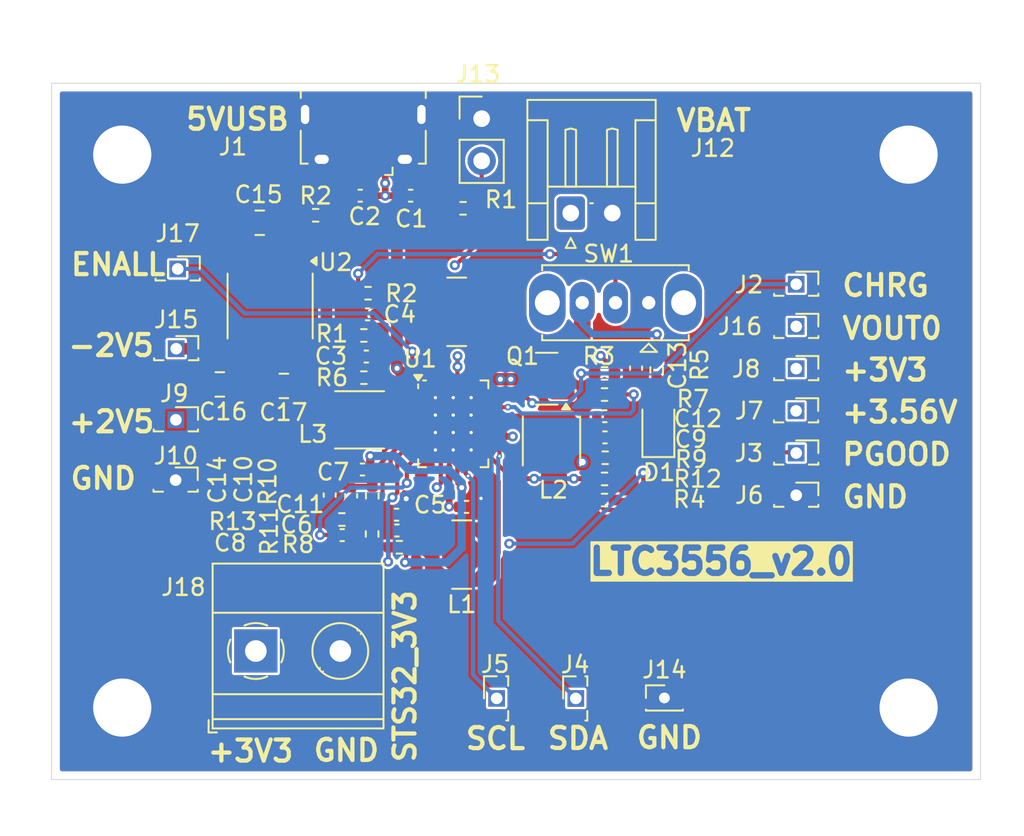
<source format=kicad_pcb>
(kicad_pcb (version 20240108) (generator "pcbnew") (generator_version "8.0")
  (layers (0 "F.Cu" signal) (1 "In1.Cu" signal) (2 "In2.Cu" signal) (31 "B.Cu" signal) (34 "B.Paste" user) (35 "F.Paste" user) (36 "B.SilkS" user "B.Silkscreen") (37 "F.SilkS" user "F.Silkscreen") (38 "B.Mask" user) (39 "F.Mask" user) (44 "Edge.Cuts" user))
  (net 0 "")
  (net 1 "GND")
  (net 2 "Net-(J1-VBUS)")
  (net 3 "Net-(U1-CLPROG)")
  (net 4 "VOUT0")
  (net 5 "VOUT3")
  (net 6 "Net-(U1-FB3)")
  (net 7 "Net-(U1-VC3)")
  (net 8 "VOUT2")
  (net 9 "Net-(U1-FB2)")
  (net 10 "Net-(U1-FB1)")
  (net 11 "VOUT1")
  (net 12 "Net-(Q1-S)")
  (net 13 "Net-(U2-CAP+)")
  (net 14 "Net-(U2-CAP-)")
  (net 15 "Net-(J15-Pin_1)")
  (net 16 "Net-(D1-A)")
  (net 20 "Net-(J2-Pin_1)")
  (net 21 "Net-(J3-Pin_1)")
  (net 22 "Net-(J4-Pin_1)")
  (net 23 "Net-(J5-Pin_1)")
  (net 24 "VBAT")
  (net 25 "Net-(U1-SW2)")
  (net 26 "Net-(U1-SW1)")
  (net 27 "Net-(U1-SW)")
  (net 28 "Net-(Q1-G)")
  (net 29 "Net-(U1-ENALL)")
  (net 30 "Net-(U1-PROG)")
  (net 31 "Net-(U1-SWCD3)")
  (net 32 "Net-(U1-SWAB3)")
  (net 36 "Net-(J18-Pin_1)")
  (net 37 "Net-(J17-Pin_1)")
  (footprint "Inductor_SMD:L_Coilcraft_LPS3010" (layer "F.Cu") (at 135.5575 99.6825)
    (property "Reference" "L3")
    (property "Value" "4.7uH/500mA")
  )
  (footprint "Capacitor_SMD:C_0402_1005Metric" (layer "F.Cu") (at 133.76 104.21 -90)
    (property "Reference" "C14")
    (property "Value" "10uF")
  )
  (footprint "Resistor_SMD:R_0402_1005Metric_Pad0.72x0.64mm_HandSolder" (layer "F.Cu") (at 136.0655 92.0625)
    (property "Reference" "R2")
    (property "Value" "ZERO Ohm")
  )
  (footprint "Connector_PinSocket_1.27mm:PinSocket_1x01_P1.27mm_Vertical" (layer "F.Cu") (at 124.525 95.4)
    (property "Reference" "J15")
    (property "Value" "Conn_01x01_Pin")
  )
  (footprint "Capacitor_SMD:C_0402_1005Metric" (layer "F.Cu") (at 138.6255 86.1905)
    (property "Reference" "C1")
    (property "Value" "10uF")
  )
  (footprint "Connector_PinHeader_1.27mm:PinHeader_1x01_P1.27mm_Vertical" (layer "F.Cu") (at 153.89 116.42)
    (property "Reference" "J14")
    (property "Value" "Conn_01x01_Pin")
  )
  (footprint "Package_TO_SOT_SMD:SOT-23" (layer "F.Cu") (at 146.8125 97.205 180)
    (property "Reference" "Q1")
    (property "Value" "SI2333DS")
  )
  (footprint "Capacitor_SMD:C_0805_2012Metric_Pad1.18x1.45mm_HandSolder" (layer "F.Cu") (at 127.15 97.55)
    (property "Reference" "C16")
    (property "Value" "10uF")
  )
  (footprint "Capacitor_SMD:C_0402_1005Metric" (layer "F.Cu") (at 135.5955 86.1905 180)
    (property "Reference" "C2")
    (property "Value" "100nF")
  )
  (footprint "Connector_PinSocket_1.27mm:PinSocket_1x01_P1.27mm_Vertical" (layer "F.Cu") (at 161.82 94.06)
    (property "Reference" "J16")
    (property "Value" "Conn_01x01_Pin")
  )
  (footprint "Capacitor_SMD:C_0402_1005Metric" (layer "F.Cu") (at 150.3163 100.7375)
    (property "Reference" "C9")
    (property "Value" "10pF")
  )
  (footprint "Capacitor_SMD:C_0402_1005Metric" (layer "F.Cu") (at 134.51 106.62 180)
    (property "Reference" "C8")
    (property "Value" "130pF")
  )
  (footprint "MountingHole:MountingHole_3.5mm_Pad_TopBottom" (layer "F.Cu") (at 168.58 117)
    (property "Reference" "H4" (hide yes))
    (property "Value" "MountingHole_Pad")
  )
  (footprint "Button_Switch_THT:SW_Slide_SPDT_Straight_CK_OS102011MS2Q" (layer "F.Cu") (at 152.9475 92.6325 180)
    (property "Reference" "SW1")
    (property "Value" "SW_SPDT")
  )
  (footprint "Inductor_SMD:L_Coilcraft_LPS3010" (layer "F.Cu") (at 147.1 100.95 90)
    (property "Reference" "L2")
    (property "Value" "4.7uH/500mA")
  )
  (footprint "Capacitor_SMD:C_0402_1005Metric" (layer "F.Cu") (at 135.73 102.67)
    (property "Reference" "C7")
    (property "Value" "1uF")
  )
  (footprint "MountingHole:MountingHole_3.5mm_Pad_TopBottom" (layer "F.Cu") (at 121.28 83.72)
    (property "Reference" "H1" (hide yes))
    (property "Value" "MountingHole_Pad")
  )
  (footprint "Package_SO:SO-8_3.9x4.9mm_P1.27mm" (layer "F.Cu") (at 130.175 92.83 -90)
    (property "Reference" "U2")
    (property "Value" "~")
  )
  (footprint "Resistor_SMD:R_0402_1005Metric_Pad0.72x0.64mm_HandSolder" (layer "F.Cu") (at 141.78 86.95 180)
    (property "Reference" "R1")
    (property "Value" "8.25K Ohm")
  )
  (footprint "Connector_PinSocket_1.27mm:PinSocket_1x01_P1.27mm_Vertical" (layer "F.Cu") (at 148.56 116.45 90)
    (property "Reference" "J4")
    (property "Value" "Conn_01x01_Pin")
  )
  (footprint "Connector_PinSocket_1.27mm:PinSocket_1x01_P1.27mm_Vertical" (layer "F.Cu") (at 161.82 101.68)
    (property "Reference" "J3")
    (property "Value" "Conn_01x01_Pin")
  )
  (footprint "Resistor_SMD:R_0402_1005Metric_Pad0.72x0.64mm_HandSolder" (layer "F.Cu") (at 150.2895 98.1585 180)
    (property "Reference" "R7")
    (property "Value" "2K")
  )
  (footprint "Resistor_SMD:R_0402_1005Metric_Pad0.72x0.64mm_HandSolder" (layer "F.Cu") (at 134.49 105.68 180)
    (property "Reference" "R13")
    (property "Value" "111K")
  )
  (footprint "Connector_USB:USB_Micro-B_Amphenol_10118194-0001LF_Horizontal" (layer "F.Cu") (at 135.7775 82.6025 180)
    (property "Reference" "J1")
    (property "Value" "USB_B_Micro")
  )
  (footprint "MountingHole:MountingHole_3.5mm_Pad_TopBottom" (layer "F.Cu") (at 168.58 83.72)
    (property "Reference" "H2" (hide yes))
    (property "Value" "MountingHole_Pad")
  )
  (footprint "Resistor_SMD:R_0402_1005Metric_Pad0.72x0.64mm_HandSolder" (layer "F.Cu") (at 135.8115 97.1425 180)
    (property "Reference" "R6")
    (property "Value" "3.01K")
  )
  (footprint "Resistor_SMD:R_0402_1005Metric_Pad0.72x0.64mm_HandSolder" (layer "F.Cu") (at 136.31 106.55 90)
    (property "Reference" "R11")
    (property "Value" "111K")
  )
  (footprint "Package_DFN_QFN:QFN-28-1EP_4x5mm_P0.5mm_EP2.65x3.65mm_ThermalVias" (layer "F.Cu") (at 141.19 99.92)
    (property "Reference" "U1")
    (property "Value" "LTC3556EUFD_PBF")
  )
  (footprint "Capacitor_SMD:C_0402_1005Metric" (layer "F.Cu") (at 136.0375 93.3325)
    (property "Reference" "C4")
    (property "Value" "100nF")
  )
  (footprint "Capacitor_SMD:C_0402_1005Metric" (layer "F.Cu") (at 152.1875 96.5725 -90)
    (property "Reference" "C13")
    (property "Value" "10uF")
  )
  (footprint "Capacitor_SMD:C_0805_2012Metric_Pad1.18x1.45mm_HandSolder" (layer "F.Cu") (at 129.55 87.82 180)
    (property "Reference" "C15")
    (property "Value" "10uF")
  )
  (footprint "Resistor_SMD:R_0402_1005Metric_Pad0.72x0.64mm_HandSolder" (layer "F.Cu") (at 150.2895 104.5085 180)
    (property "Reference" "R4")
    (property "Value" "10K")
  )
  (footprint "Connector_PinSocket_1.27mm:PinSocket_1x01_P1.27mm_Vertical" (layer "F.Cu") (at 161.82 104.22)
    (property "Reference" "J6")
    (property "Value" "Conn_01x01_Pin")
  )
  (footprint "Inductor_SMD:L_Coilcraft_LPS4018" (layer "F.Cu") (at 141.6975 107.7925 180)
    (property "Reference" "L1")
    (property "Value" "2.2uH/1.6A")
  )
  (footprint "Resistor_SMD:R_0402_1005Metric_Pad0.72x0.64mm_HandSolder" (layer "F.Cu") (at 153.4275 96.6825 -90)
    (property "Reference" "R5")
    (property "Value" "510")
  )
  (footprint "LED_SMD:LED_0805_2012Metric_Pad1.15x1.40mm_HandSolder" (layer "F.Cu") (at 153.5275 100.0625 90)
    (property "Reference" "D1")
    (property "Value" "LED")
  )
  (footprint "Capacitor_SMD:C_0402_1005Metric" (layer "F.Cu") (at 135.0495 104.2545 -90)
    (property "Reference" "C10")
    (property "Value" "10pF")
  )
  (footprint "Connector_PinSocket_1.27mm:PinSocket_1x01_P1.27mm_Vertical" (layer "F.Cu") (at 143.8 116.445 90)
    (property "Reference" "J5")
    (property "Value" "Conn_01x01_Pin")
  )
  (footprint "Connector_PinSocket_1.27mm:PinSocket_1x01_P1.27mm_Vertical" (layer "F.Cu") (at 124.505 99.68)
    (property "Reference" "J9")
    (property "Value" "Conn_01x01_Pin")
  )
  (footprint "Connector_PinSocket_1.27mm:PinSocket_1x01_P1.27mm_Vertical" (layer "F.Cu") (at 124.615 90.6)
    (property "Reference" "J17")
    (property "Value" "Conn_01x01_Pin")
  )
  (footprint "Connector_PinHeader_2.54mm:PinHeader_1x02_P2.54mm_Vertical" (layer "F.Cu") (at 142.9 81.555)
    (property "Reference" "J13")
    (property "Value" "Conn_01x02_Pin")
  )
  (footprint "Connector_PinSocket_1.27mm:PinSocket_1x01_P1.27mm_Vertical" (layer "F.Cu") (at 161.82 91.52)
    (property "Reference" "J2")
    (property "Value" "Conn_01x01_Pin")
  )
  (footprint "Capacitor_SMD:C_0402_1005Metric" (layer "F.Cu") (at 135.9575 95.8725)
    (property "Reference" "C3")
    (property "Value" "100nF")
  )
  (footprint "Capacitor_SMD:C_0402_1005Metric" (layer "F.Cu") (at 150.3025 99.4625)
    (property "Reference" "C12")
    (property "Value" "10uF")
  )
  (footprint "Resistor_SMD:R_0402_1005Metric_Pad0.72x0.64mm_HandSolder" (layer "F.Cu") (at 137.95 107.35 180)
    (property "Reference" "R8")
    (property "Value" "383K")
  )
  (footprint "Connector_PinSocket_1.27mm:PinSocket_1x01_P1.27mm_Vertical" (layer "F.Cu") (at 161.81 99.14)
    (property "Reference" "J7")
    (property "Value" "Conn_01x01_Pin")
  )
  (footprint "Capacitor_SMD:C_0402_1005Metric" (layer "F.Cu") (at 137.78 105.39 180)
    (property "Reference" "C11")
    (property "Value" "10uF")
  )
  (footprint "TerminalBlock_Phoenix:TerminalBlock_Phoenix_MKDS-1,5-2-5.08_1x02_P5.08mm_Horizontal" (layer "F.Cu") (at 129.315 113.595)
    (property "Reference" "J18")
    (property "Value" "Screw_Terminal_01x02")
  )
  (footprint "Capacitor_SMD:C_0805_2012Metric_Pad1.18x1.45mm_HandSolder" (layer "F.Cu") (at 131 97.64 180)
    (property "Reference" "C17")
    (property "Value" "10uF")
  )
  (footprint "Capacitor_SMD:C_0402_1005Metric" (layer "F.Cu") (at 141.99 104.92 180)
    (property "Reference" "C5")
    (property "Value" "1uF")
  )
  (footprint "Resistor_SMD:R_0402_1005Metric_Pad0.72x0.64mm_HandSolder" (layer "F.Cu") (at 150.2895 103.2385)
    (property "Reference" "R12")
    (property "Value" "111K")
  )
  (footprint "Inductor_SMD:L_Coilcraft_LPS4018" (layer "F.Cu") (at 141.3995 93.1801 180)
    (property "Reference" "L7" (hide yes))
    (property "Value" "3.3uH/1.7A")
  )
  (footprint "Capacitor_SMD:C_0402_1005Metric" (layer "F.Cu") (at 137.8 106.34)
    (property "Reference" "C6")
    (property "Value" "1uF")
  )
  (footprint "Resistor_SMD:R_0402_1005Metric_Pad0.72x0.64mm_HandSolder" (layer "F.Cu") (at 150.2895 96.8885 180)
    (property "Reference" "R3")
    (property "Value" "10K")
  )
  (footprint "Connector_PinSocket_1.27mm:PinSocket_1x01_P1.27mm_Vertical" (layer "F.Cu") (at 161.82 96.6)
    (property "Reference" "J8")
    (property "Value" "Conn_01x01_Pin")
  )
  (footprint "Resistor_SMD:R_0402_1005Metric_Pad0.72x0.64mm_HandSolder" (layer "F.Cu") (at 132.9125 87.37)
    (property "Reference" "R2")
    (property "Value" "10K Ohm")
  )
  (footprint "Resistor_SMD:R_0402_1005Metric_Pad0.72x0.64mm_HandSolder" (layer "F.Cu") (at 150.3275 101.9625)
    (property "Reference" "R9")
    (property "Value" "347K")
  )
  (footprint "Connector_JST:JST_EH_S2B-EH_1x02_P2.50mm_Horizontal" (layer "F.Cu") (at 148.2575 87.2365)
    (property "Reference" "J12")
    (property "Value" "Conn_01x02_Pin")
  )
  (footprint "Resistor_SMD:R_0402_1005Metric_Pad0.72x0.64mm_HandSolder" (layer "F.Cu") (at 135.8115 94.6025)
    (property "Reference" "R1")
    (property "Value" "8.25K Ohm")
  )
  (footprint "Connector_PinSocket_1.27mm:PinSocket_1x01_P1.27mm_Vertical" (layer "F.Cu") (at 124.49 103.31)
    (property "Reference" "J10")
    (property "Value" "Conn_01x01_Pin")
  )
  (footprint "Resistor_SMD:R_0402_1005Metric_Pad0.72x0.64mm_HandSolder" (layer "F.Cu") (at 136.3195 104.2545 -90)
    (property "Reference" "R10")
    (property "Value" "235K")
  )
  (footprint "MountingHole:MountingHole_3.5mm_Pad_TopBottom" (layer "F.Cu") (at 121.28 117)
    (property "Reference" "H3" (hide yes))
    (property "Value" "MountingHole_Pad")
  )
  (gr_rect (start 117.03 79.42) (end 172.91 121.33) (stroke (width 0.05)) (fill none) (layer "Edge.Cuts"))
  (gr_text "STS32_3V3" (at 139.03 120.42 90) (layer "F.SilkS") (effects (font (size 1.27 1.27) (thickness 0.254) (bold yes)) (justify left bottom)))
  (gr_text "GND" (at 164.48 105.06 0) (layer "F.SilkS") (effects (font (size 1.27 1.27) (thickness 0.254) (bold yes)) (justify left bottom)))
  (gr_text "GND" (at 132.66 120.32 0) (layer "F.SilkS") (effects (font (size 1.27 1.27) (thickness 0.254) (bold yes)) (justify left bottom)))
  (gr_text "SCL" (at 141.81 119.61 0) (layer "F.SilkS") (effects (font (size 1.27 1.27) (thickness 0.254) (bold yes)) (justify left bottom)))
  (gr_text "CHRG" (at 164.46 92.34 0) (layer "F.SilkS") (effects (font (size 1.27 1.27) (thickness 0.254) (bold yes)) (justify left bottom)))
  (gr_text "LTC3556_v2.0" (at 149.21 109.1 0) (layer "F.SilkS" knockout) (effects (font (size 1.524 1.524) (thickness 0.381) (bold yes)) (justify left bottom)))
  (gr_text "SDA" (at 146.74 119.6 0) (layer "F.SilkS") (effects (font (size 1.27 1.27) (thickness 0.254) (bold yes)) (justify left bottom)))
  (gr_text "ENALL" (at 118.06 91.08 0) (layer "F.SilkS") (effects (font (size 1.27 1.27) (thickness 0.254) (bold yes)) (justify left bottom)))
  (gr_text "-2V5" (at 123.32 95.95 0) (layer "F.SilkS") (effects (font (size 1.27 1.27) (thickness 0.254) (bold yes)) (justify right bottom)))
  (gr_text "5VUSB" (at 124.99 82.33 0) (layer "F.SilkS") (effects (font (size 1.27 1.27) (thickness 0.254) (bold yes)) (justify left bottom)))
  (gr_text "PGOOD" (at 164.46 102.5 0) (layer "F.SilkS") (effects (font (size 1.27 1.27) (thickness 0.254) (bold yes)) (justify left bottom)))
  (gr_text "+2V5" (at 117.93 100.54 0) (layer "F.SilkS") (effects (font (size 1.27 1.27) (thickness 0.254) (bold yes)) (justify left bottom)))
  (gr_text "VOUT0" (at 164.46 94.92 0) (layer "F.SilkS") (effects (font (size 1.27 1.27) (thickness 0.254) (bold yes)) (justify left bottom)))
  (gr_text "GND" (at 152.09 119.55 0) (layer "F.SilkS") (effects (font (size 1.27 1.27) (thickness 0.254) (bold yes)) (justify left bottom)))
  (gr_text "+3V3" (at 126.29 120.36 0) (layer "F.SilkS") (effects (font (size 1.27 1.27) (thickness 0.254) (bold yes)) (justify left bottom)))
  (gr_text "VBAT" (at 154.49 82.41 0) (layer "F.SilkS") (effects (font (size 1.27 1.27) (thickness 0.254) (bold yes)) (justify left bottom)))
  (gr_text "+3V3" (at 164.45 97.43 0) (layer "F.SilkS") (effects (font (size 1.27 1.27) (thickness 0.254) (bold yes)) (justify left bottom)))
  (gr_text "+3.56V" (at 164.44 99.96 0) (layer "F.SilkS") (effects (font (size 1.27 1.27) (thickness 0.254) (bold yes)) (justify left bottom)))
  (gr_text "GND" (at 118.035 103.95 0) (layer "F.SilkS") (effects (font (size 1.27 1.27) (thickness 0.254) (bold yes)) (justify left bottom)))
  (segment (start 137.1675 105.9825) (end 137.3 105.85) (width 0.25) (layer "F.Cu") (net 1))
  (segment (start 137.33 105.39) (end 137.3 105.39) (width 0.25) (layer "F.Cu") (net 1))
  (segment (start 142.47 104.92) (end 142.47 104.82) (width 0.25) (layer "F.Cu") (net 1))
  (segment (start 142.47 104.82) (end 142.88 104.41) (width 0.25) (layer "F.Cu") (net 1))
  (segment (start 138.36 104.43) (end 138.29 104.43) (width 0.25) (layer "F.Cu") (net 1))
  (segment (start 137.3 106.32) (end 137.32 106.34) (width 0.25) (layer "F.Cu") (net 1))
  (segment (start 129.54 95.405) (end 129.54 97.2175) (width 0.6) (layer "F.Cu") (net 1))
  (segment (start 137.3 105.39) (end 137.3 105.85) (width 0.25) (layer "F.Cu") (net 1))
  (segment (start 138.29 104.43) (end 137.33 105.39) (width 0.25) (layer "F.Cu") (net 1))
  (segment (start 129.54 97.2175) (end 129.9625 97.64) (width 0.6) (layer "F.Cu") (net 1))
  (segment (start 137.3 105.85) (end 137.3 106.32) (width 0.25) (layer "F.Cu") (net 1))
  (segment (start 136.24 105.9825) (end 137.1675 105.9825) (width 0.25) (layer "F.Cu") (net 1))
  (via (at 142.86 104.41) (size 0.4) (drill 0.2) (layers "F.Cu" "B.Cu") (net 1))
  (via (at 138.36 104.43) (size 0.6) (drill 0.3) (layers "F.Cu" "B.Cu") (net 1))
  (segment (start 142.9 86.4275) (end 142.3775 86.95) (width 0.25) (layer "F.Cu") (net 2))
  (segment (start 141.44 95.8574) (end 141.4503 95.8471) (width 0.25) (layer "F.Cu") (net 2))
  (segment (start 142.3775 86.95) (end 142.3775 89.3225) (width 0.25) (layer "F.Cu") (net 2))
  (segment (start 137.0983 84.0233) (end 137.0775 84.0025) (width 0.25) (layer "F.Cu") (net 2))
  (segment (start 142.9 84.095) (end 142.9 86.4275) (width 0.25) (layer "F.Cu") (net 2))
  (segment (start 137.0983 86.1905) (end 138.1455 86.1905) (width 0.4) (layer "F.Cu") (net 2))
  (segment (start 136.0755 86.1905) (end 137.0983 86.1905) (width 0.4) (layer "F.Cu") (net 2))
  (segment (start 137.0983 86.1905) (end 137.0983 84.0233) (width 0.4) (layer "F.Cu") (net 2))
  (segment (start 142.3775 89.3225) (end 141.33 90.37) (width 0.25) (layer "F.Cu") (net 2))
  (segment (start 141.4503 95.8471) (end 141.4503 96.4821) (width 0.25) (layer "F.Cu") (net 2))
  (segment (start 141.44 97.47) (end 141.44 95.8574) (width 0.25) (layer "F.Cu") (net 2))
  (segment (start 135.4775 95.8725) (end 135.49 95.86) (width 0.25) (layer "F.Cu") (net 2))
  (via (at 141.4503 96.4821) (size 0.6) (drill 0.3) (layers "F.Cu" "B.Cu") (net 2))
  (via (at 137.0955 85.4405) (size 0.6) (drill 0.3) (layers "F.Cu" "B.Cu") (net 2))
  (via (at 141.4503 95.8471) (size 0.6) (drill 0.3) (layers "F.Cu" "B.Cu") (net 2))
  (via (at 137.0983 86.1905) (size 0.6) (drill 0.3) (layers "F.Cu" "B.Cu") (net 2))
  (via (at 141.2839 90.3761) (size 0.6) (drill 0.3) (layers "F.Cu" "B.Cu") (net 2))
  (segment (start 136.4375 95.8725) (end 136.4375 97.114) (width 0.25) (layer "F.Cu") (net 3))
  (segment (start 138.795 98.67) (end 137.2675 97.1425) (width 0.25) (layer "F.Cu") (net 3))
  (segment (start 136.4375 97.114) (end 136.409 97.1425) (width 0.25) (layer "F.Cu") (net 3))
  (segment (start 139.24 98.67) (end 138.795 98.67) (width 0.25) (layer "F.Cu") (net 3))
  (segment (start 137.2675 97.1425) (end 136.409 97.1425) (width 0.25) (layer "F.Cu") (net 3))
  (segment (start 150.9475 90.4075) (end 150.9475 92.6325) (width 0.25) (layer "F.Cu") (net 4))
  (segment (start 135.47 92.0605) (end 135.47 90.88) (width 0.25) (layer "F.Cu") (net 4))
  (segment (start 147 89.705489) (end 150.245489 89.705489) (width 0.25) (layer "F.Cu") (net 4))
  (segment (start 150.245489 89.705489) (end 150.9475 90.4075) (width 0.25) (layer "F.Cu") (net 4))
  (segment (start 140.94 102.37) (end 140.95 102.38) (width 0.2) (layer "F.Cu") (net 4))
  (segment (start 140.94 104.9075) (end 140.94 102.52) (width 0.4) (layer "F.Cu") (net 4))
  (segment (start 135.468 92.0625) (end 135.47 92.0605) (width 0.25) (layer "F.Cu") (net 4))
  (via (at 140.94 104.9075) (size 0.6) (drill 0.3) (layers "F.Cu" "B.Cu") (net 4))
  (via (at 147 89.705489) (size 0.6) (drill 0.3) (layers "F.Cu" "B.Cu") (net 4))
  (via (at 135.47 90.88) (size 0.6) (drill 0.3) (layers "F.Cu" "B.Cu") (net 4))
  (segment (start 147 89.705489) (end 136.644511 89.705489) (width 0.25) (layer "B.Cu") (net 4))
  (segment (start 136.644511 89.705489) (end 135.47 90.88) (width 0.25) (layer "B.Cu") (net 4))
  (segment (start 144.3925 100.6825) (end 143.88 100.25) (width 0.4) (layer "F.Cu") (net 5))
  (segment (start 137.0225 102.1075) (end 137.0225 101.556739) (width 0.25) (layer "F.Cu") (net 5))
  (segment (start 136.2 101.86) (end 136.2 102.66) (width 0.5) (layer "F.Cu") (net 5))
  (segment (start 136.21 102.67) (end 136.46 102.67) (width 0.25) (layer "F.Cu") (net 5))
  (segment (start 136.2 102.66) (end 136.21 102.67) (width 0.25) (layer "F.Cu") (net 5))
  (segment (start 143.88 100.17) (end 143.14 100.17) (width 0.25) (layer "F.Cu") (net 5))
  (segment (start 141.7 103.7625) (end 141.44 103.5025) (width 0.25) (layer "F.Cu") (net 5))
  (segment (start 138.352 108.198) (end 138.352 105.42) (width 0.25) (layer "F.Cu") (net 5))
  (segment (start 138.29 108.26) (end 138.352 108.198) (width 0.25) (layer "F.Cu") (net 5))
  (segment (start 138.409239 100.17) (end 139.24 100.17) (width 0.25) (layer "F.Cu") (net 5))
  (segment (start 136.46 102.67) (end 137.0225 102.1075) (width 0.25) (layer "F.Cu") (net 5))
  (segment (start 144.769465 100.6825) (end 144.3925 100.6825) (width 0.4) (layer "F.Cu") (net 5))
  (segment (start 137.0225 101.556739) (end 138.409239 100.17) (width 0.25) (layer "F.Cu") (net 5))
  (segment (start 141.44 103.5025) (end 141.44 102.37) (width 0.25) (layer "F.Cu") (net 5))
  (via (at 138.29 108.26) (size 0.6) (drill 0.3) (layers "F.Cu" "B.Cu") (net 5))
  (via (at 141.7 103.7625) (size 0.6) (drill 0.3) (layers "F.Cu" "B.Cu") (net 5))
  (via (at 136.2 101.86) (size 0.6) (drill 0.3) (layers "F.Cu" "B.Cu") (net 5))
  (via (at 144.769465 100.6825) (size 0.6) (drill 0.3) (layers "F.Cu" "B.Cu") (net 5))
  (segment (start 140.92 102.69) (end 138.51 102.69) (width 0.5) (layer "B.Cu") (net 5))
  (segment (start 141.7 107.38) (end 141.7 103.7625) (width 0.5) (layer "B.Cu") (net 5))
  (segment (start 137.68 101.86) (end 136.2 101.86) (width 0.5) (layer "B.Cu") (net 5))
  (segment (start 141.7 103.7625) (end 141.7 103.47) (width 0.5) (layer "B.Cu") (net 5))
  (segment (start 140.82 108.26) (end 141.7 107.38) (width 0.5) (layer "B.Cu") (net 5))
  (segment (start 141.7 103.47) (end 140.92 102.69) (width 0.5) (layer "B.Cu") (net 5))
  (segment (start 138.29 108.26) (end 140.82 108.26) (width 0.5) (layer "B.Cu") (net 5))
  (segment (start 138.51 102.69) (end 137.68 101.86) (width 0.5) (layer "B.Cu") (net 5))
  (segment (start 136.2425 107.18) (end 136.24 107.1775) (width 0.25) (layer "F.Cu") (net 6))
  (segment (start 135.5475 107.1775) (end 134.99 106.62) (width 0.25) (layer "F.Cu") (net 6))
  (segment (start 137.8225 104.0575) (end 137.8225 101.922145) (width 0.25) (layer "F.Cu") (net 6))
  (segment (start 137.3025 108.1875) (end 137.3025 107.42) (width 0.25) (layer "F.Cu") (net 6))
  (segment (start 137.3025 107.42) (end 137.0625 107.18) (width 0.25) (layer "F.Cu") (net 6))
  (segment (start 137.27 108.22) (end 137.3025 108.1875) (width 0.25) (layer "F.Cu") (net 6))
  (segment (start 138.574645 101.17) (end 139.24 101.17) (width 0.25) (layer "F.Cu") (net 6))
  (segment (start 137.0625 107.18) (end 136.2425 107.18) (width 0.25) (layer "F.Cu") (net 6))
  (segment (start 136.24 107.1775) (end 135.5475 107.1775) (width 0.25) (layer "F.Cu") (net 6))
  (segment (start 137.53 104.35) (end 137.8225 104.0575) (width 0.25) (layer "F.Cu") (net 6))
  (segment (start 137.8225 101.922145) (end 138.574645 101.17) (width 0.25) (layer "F.Cu") (net 6))
  (via (at 137.53 104.35) (size 0.6) (drill 0.3) (layers "F.Cu" "B.Cu") (net 6))
  (via (at 137.27 108.22) (size 0.6) (drill 0.3) (layers "F.Cu" "B.Cu") (net 6))
  (segment (start 137.27 108.22) (end 137.27 104.61) (width 0.25) (layer "B.Cu") (net 6))
  (segment (start 137.27 104.61) (end 137.53 104.35) (width 0.25) (layer "B.Cu") (net 6))
  (segment (start 138.397499 102.512501) (end 139.24 101.67) (width 0.25) (layer "F.Cu") (net 7))
  (segment (start 138.397499 103.486002) (end 138.397499 102.512501) (width 0.25) (layer "F.Cu") (net 7))
  (segment (start 133.18 106.61) (end 134.02 106.61) (width 0.25) (layer "F.Cu") (net 7))
  (segment (start 134.02 106.61) (end 134.03 106.62) (width 0.25) (layer "F.Cu") (net 7))
  (via (at 133.18 106.61) (size 0.6) (drill 0.3) (layers "F.Cu" "B.Cu") (net 7))
  (via (at 138.397499 103.486002) (size 0.6) (drill 0.3) (layers "F.Cu" "B.Cu") (net 7))
  (segment (start 133.18 105.57) (end 133.18 106.61) (width 0.25) (layer "B.Cu") (net 7))
  (segment (start 138.123501 103.76) (end 134.99 103.76) (width 0.25) (layer "B.Cu") (net 7))
  (segment (start 134.99 103.76) (end 133.18 105.57) (width 0.25) (layer "B.Cu") (net 7))
  (segment (start 138.397499 103.486002) (end 138.123501 103.76) (width 0.25) (layer "B.Cu") (net 7))
  (segment (start 149.73 100.8438) (end 149.8363 100.7375) (width 0.25) (layer "F.Cu") (net 8))
  (segment (start 146.9935 101.9625) (end 146.7335 102.2225) (width 0.25) (layer "F.Cu") (net 8))
  (segment (start 149.8225 99.4625) (end 149.8225 101.87) (width 0.4) (layer "F.Cu") (net 8))
  (segment (start 149.47 102.2225) (end 146.7335 102.2225) (width 1.016) (layer "F.Cu") (net 8))
  (segment (start 149.73 101.9625) (end 146.9935 101.9625) (width 0.25) (layer "F.Cu") (net 8))
  (segment (start 149.8363 101.8562) (end 149.73 101.9625) (width 0.25) (layer "F.Cu") (net 8))
  (via (at 148.96 102.2225) (size 0.7) (drill 0.4) (layers "F.Cu" "B.Cu") (net 8))
  (segment (start 150.925 100.8662) (end 150.7963 100.7375) (width 0.25) (layer "F.Cu") (net 9))
  (segment (start 150.925 101.9625) (end 150.925 100.8662) (width 0.3) (layer "F.Cu") (net 9))
  (segment (start 143.609716 100.67) (end 143.14 100.67) (width 0.25) (layer "F.Cu") (net 9))
  (segment (start 145.5725 103.2225) (end 144.68 102.33) (width 0.3) (layer "F.Cu") (net 9))
  (segment (start 149.692 103.1955) (end 150.925 101.9625) (width 0.3) (layer "F.Cu") (net 9))
  (segment (start 144.68 101.740284) (end 143.609716 100.67) (width 0.2) (layer "F.Cu") (net 9))
  (segment (start 146.0575 103.2225) (end 145.5725 103.2225) (width 0.3) (layer "F.Cu") (net 9))
  (segment (start 148.4475 103.2225) (end 149.676 103.2225) (width 0.3) (layer "F.Cu") (net 9))
  (segment (start 149.676 103.2225) (end 149.692 103.2385) (width 0.25) (layer "F.Cu") (net 9))
  (segment (start 144.68 102.33) (end 144.68 101.740284) (width 0.3) (layer "F.Cu") (net 9))
  (segment (start 149.692 103.2385) (end 149.692 103.1955) (width 0.25) (layer "F.Cu") (net 9))
  (via (at 146.0575 103.2225) (size 0.6) (drill 0.3) (layers "F.Cu" "B.Cu") (net 9))
  (via (at 148.4475 103.2225) (size 0.6) (drill 0.3) (layers "F.Cu" "B.Cu") (net 9))
  (segment (start 146.0575 103.2225) (end 148.4475 103.2225) (width 0.3) (layer "B.Cu") (net 9))
  (segment (start 137.4225 102.4875) (end 136.9375 102.9725) (width 0.25) (layer "F.Cu") (net 10))
  (segment (start 138.508959 100.67) (end 137.4225 101.756459) (width 0.25) (layer "F.Cu") (net 10))
  (segment (start 139.24 100.67) (end 138.508959 100.67) (width 0.25) (layer "F.Cu") (net 10))
  (segment (start 136.9375 104.234) (end 136.3195 104.852) (width 0.25) (layer "F.Cu") (net 10))
  (segment (start 137.4225 101.756459) (end 137.4225 102.4875) (width 0.25) (layer "F.Cu") (net 10))
  (segment (start 136.202 104.7345) (end 136.3195 104.852) (width 0.25) (layer "F.Cu") (net 10))
  (segment (start 135.0495 104.7345) (end 135.0495 105.642) (width 0.25) (layer "F.Cu") (net 10))
  (segment (start 135.0495 104.7345) (end 136.202 104.7345) (width 0.25) (layer "F.Cu") (net 10))
  (segment (start 136.9375 102.9725) (end 136.9375 104.234) (width 0.25) (layer "F.Cu") (net 10))
  (segment (start 135.0495 105.642) (end 135.0875 105.68) (width 0.25) (layer "F.Cu") (net 10))
  (segment (start 135.167 103.657) (end 135.0495 103.7745) (width 0.25) (layer "F.Cu") (net 11))
  (segment (start 135.0495 103.7745) (end 133.7795 103.7745) (width 0.25) (layer "F.Cu") (net 11))
  (segment (start 136.3195 103.657) (end 135.167 103.657) (width 0.25) (layer "F.Cu") (net 11))
  (segment (start 133.7795 99.8145) (end 133.6275 99.6625) (width 0.25) (layer "F.Cu") (net 11))
  (segment (start 134.2675 99.6625) (end 134.2875 99.6825) (width 0.25) (layer "F.Cu") (net 11))
  (segment (start 124.5075 99.6825) (end 133.6775 99.6825) (width 1.75) (layer "F.Cu") (net 11))
  (segment (start 124.505 99.68) (end 124.5075 99.6825) (width 1.75) (layer "F.Cu") (net 11))
  (segment (start 133.7795 103.7745) (end 133.7795 99.8145) (width 0.25) (layer "F.Cu") (net 11))
  (segment (start 153.4275 96.085) (end 152.195 96.085) (width 0.25) (layer "F.Cu") (net 12))
  (segment (start 141.94 97.47) (end 141.94 96.876284) (width 0.25) (layer "F.Cu") (net 12))
  (segment (start 153.4375 94.5325) (end 153.4375 96.075) (width 0.4) (layer "F.Cu") (net 12))
  (segment (start 152.195 96.085) (end 152.1875 96.0925) (width 0.25) (layer "F.Cu") (net 12))
  (segment (start 148.9475 94.715) (end 148.9475 92.6325) (width 1) (layer "F.Cu") (net 12))
  (segment (start 142.751858 95.9125) (end 142.751858 95.2425) (width 1) (layer "F.Cu") (net 12))
  (segment (start 142.903784 95.9125) (end 147.75 95.9125) (width 1) (layer "F.Cu") (net 12))
  (segment (start 141.9775 96.876284) (end 142.751858 96.064426) (width 0.4) (layer "F.Cu") (net 12))
  (segment (start 147.75 95.9125) (end 148.9475 94.715) (width 1) (layer "F.Cu") (net 12))
  (via (at 153.4375 94.5325) (size 0.6) (drill 0.3) (layers "F.Cu" "B.Cu") (net 12))
  (segment (start 149.5975 94.5325) (end 153.4375 94.5325) (width 0.4) (layer "B.Cu") (net 12))
  (segment (start 148.9475 92.6325) (end 148.9475 93.8825) (width 0.4) (layer "B.Cu") (net 12))
  (segment (start 148.9475 93.8825) (end 149.5975 94.5325) (width 0.4) (layer "B.Cu") (net 12))
  (segment (start 130.81 90.255) (end 130.81 88.3125) (width 0.6) (layer "F.Cu") (net 13))
  (segment (start 130.81 88.3125) (end 130.4075 87.91) (width 0.25) (layer "F.Cu") (net 13))
  (segment (start 128.25 87.91) (end 128.25 90.1925) (width 0.6) (layer "F.Cu") (net 14))
  (segment (start 128.3325 90.1925) (end 128.27 90.255) (width 0.25) (layer "F.Cu") (net 14))
  (segment (start 128.27 95.405) (end 124.565 95.405) (width 0.7) (layer "F.Cu") (net 15))
  (segment (start 128.27 97.4675) (end 128.1875 97.55) (width 0.25) (layer "F.Cu") (net 15))
  (segment (start 124.565 95.405) (end 124.48 95.32) (width 0.6) (layer "F.Cu") (net 15))
  (segment (start 128.27 95.405) (end 128.27 97.4675) (width 0.6) (layer "F.Cu") (net 15))
  (segment (start 153.5275 97.38) (end 153.4275 97.28) (width 0.25) (layer "F.Cu") (net 16))
  (segment (start 153.5275 99.0375) (end 153.5275 97.38) (width 0.25) (layer "F.Cu") (net 16))
  (segment (start 145.615 98.35) (end 143.86403 98.35) (width 0.25) (layer "F.Cu") (net 20))
  (segment (start 145.9375 98.6725) (end 145.615 98.35) (width 0.25) (layer "F.Cu") (net 20))
  (segment (start 143.54403 98.67) (end 143.14 98.67) (width 0.25) (layer "F.Cu") (net 20))
  (segment (start 143.86403 98.35) (end 143.54403 98.67) (width 0.25) (layer "F.Cu") (net 20))
  (segment (start 149.692 96.8885) (end 148.8785 96.8885) (width 0.25) (layer "F.Cu") (net 20))
  (via (at 145.9375 98.6725) (size 0.6) (drill 0.3) (layers "F.Cu" "B.Cu") (net 20))
  (via (at 148.8785 96.8885) (size 0.6) (drill 0.3) (layers "F.Cu" "B.Cu") (net 20))
  (segment (start 148.0925 98.6725) (end 148.8785 97.8865) (width 0.25) (layer "B.Cu") (net 20))
  (segment (start 145.9375 98.6725) (end 148.0925 98.6725) (width 0.25) (layer "B.Cu") (net 20))
  (segment (start 148.8785 96.8885) (end 153.5515 96.8885) (width 0.25) (layer "B.Cu") (net 20))
  (segment (start 158.92 91.52) (end 161.82 91.52) (width 0.25) (layer "B.Cu") (net 20))
  (segment (start 153.5515 96.8885) (end 158.92 91.52) (width 0.25) (layer "B.Cu") (net 20))
  (segment (start 148.8785 97.8865) (end 148.8785 96.8885) (width 0.25) (layer "B.Cu") (net 20))
  (segment (start 143.14 101.67) (end 143.175 101.67) (width 0.25) (layer "F.Cu") (net 21))
  (segment (start 150.287 105.1035) (end 153.1465 105.1035) (width 0.25) (layer "F.Cu") (net 21))
  (segment (start 153.1465 105.1035) (end 156.613 101.637) (width 0.25) (layer "F.Cu") (net 21))
  (segment (start 146.0135 104.5085) (end 149.692 104.5085) (width 0.25) (layer "F.Cu") (net 21))
  (segment (start 156.613 101.637) (end 161.777 101.637) (width 0.25) (layer "F.Cu") (net 21))
  (segment (start 161.777 101.637) (end 161.82 101.68) (width 0.25) (layer "F.Cu") (net 21))
  (segment (start 149.692 104.5085) (end 150.287 105.1035) (width 0.25) (layer "F.Cu") (net 21))
  (segment (start 143.175 101.67) (end 146.0135 104.5085) (width 0.25) (layer "F.Cu") (net 21))
  (segment (start 143.579386 101.17) (end 143.14 101.17) (width 0.25) (layer "F.Cu") (net 22))
  (segment (start 143.973021 101.866979) (end 143.973021 101.563635) (width 0.25) (layer "F.Cu") (net 22))
  (segment (start 143.973021 101.563635) (end 143.579386 101.17) (width 0.25) (layer "F.Cu") (net 22))
  (via (at 143.973021 101.866979) (size 0.3) (drill 0.15) (layers "F.Cu" "B.Cu") (net 22))
  (segment (start 143.894328 101.945672) (end 143.894328 111.784328) (width 0.25) (layer "B.Cu") (net 22))
  (segment (start 143.973021 101.866979) (end 143.894328 101.945672) (width 0.25) (layer "B.Cu") (net 22))
  (segment (start 143.894328 111.784328) (end 148.56 116.45) (width 0.25) (layer "B.Cu") (net 22))
  (segment (start 141.94 102.915) (end 141.94 102.37) (width 0.25) (layer "F.Cu") (net 23))
  (segment (start 142.0825 103.0575) (end 141.94 102.915) (width 0.25) (layer "F.Cu") (net 23))
  (via (at 142.0825 103.0575) (size 0.3) (drill 0.15) (layers "F.Cu" "B.Cu") (net 23))
  (segment (start 142.38 115.025) (end 143.8 116.445) (width 0.25) (layer "B.Cu") (net 23))
  (segment (start 142.0825 103.0575) (end 142.38 103.355) (width 0.25) (layer "B.Cu") (net 23))
  (segment (start 142.38 103.355) (end 142.38 115.025) (width 0.25) (layer "B.Cu") (net 23))
  (segment (start 142.8425 97.2375) (end 142.6775 97.4025) (width 0.75) (layer "F.Cu") (net 24))
  (segment (start 146.72 97.2375) (end 142.8425 97.2375) (width 0.75) (layer "F.Cu") (net 24))
  (via (at 144.0275 97.2375) (size 0.6) (drill 0.3) (layers "F.Cu" "B.Cu") (net 24))
  (via (at 144.6525 97.2375) (size 0.6) (drill 0.3) (layers "F.Cu" "B.Cu") (net 24))
  (segment (start 144.4875 99.6825) (end 146.7335 99.6825) (width 0.75) (layer "F.Cu") (net 25))
  (segment (start 143.14 99.67) (end 144.46 99.67) (width 0.45) (layer "F.Cu") (net 25))
  (segment (start 137.9775 99.6825) (end 136.8275 99.6825) (width 0.75) (layer "F.Cu") (net 26))
  (segment (start 139.24 99.67) (end 138.06 99.67) (width 0.45) (layer "F.Cu") (net 26))
  (segment (start 140.0475 95.8875) (end 140.0475 95.1625) (width 1) (layer "F.Cu") (net 27))
  (segment (start 140.0475 95.1625) (end 140.0575 95.1525) (width 1) (layer "F.Cu") (net 27))
  (segment (start 140.94 97.47) (end 140.94 96.875) (width 0.25) (layer "F.Cu") (net 27))
  (segment (start 140.8775 96.875) (end 140.185 96.12) (width 0.4) (layer "F.Cu") (net 27))
  (segment (start 147.485 97.89) (end 147.75 98.155) (width 0.25) (layer "F.Cu") (net 28))
  (segment (start 143.42 97.89) (end 147.485 97.89) (width 0.25) (layer "F.Cu") (net 28))
  (segment (start 143.14 98.17) (end 143.42 97.89) (width 0.25) (layer "F.Cu") (net 28))
  (segment (start 152.0475 98.1525) (end 150.893 98.1525) (width 0.25) (layer "F.Cu") (net 30))
  (segment (start 143.69 99.17) (end 143.9375 98.9225) (width 0.25) (layer "F.Cu") (net 30))
  (segment (start 144.4675 98.9225) (end 144.4775 98.9125) (width 0.25) (layer "F.Cu") (net 30))
  (segment (start 150.893 98.1525) (end 150.887 98.1585) (width 0.25) (layer "F.Cu") (net 30))
  (segment (start 143.14 99.17) (end 143.69 99.17) (width 0.25) (layer "F.Cu") (net 30))
  (segment (start 143.9375 98.9225) (end 144.4675 98.9225) (width 0.25) (layer "F.Cu") (net 30))
  (via (at 152.0475 98.1525) (size 0.6) (drill 0.3) (layers "F.Cu" "B.Cu") (net 30))
  (via (at 144.4775 98.9125) (size 0.4) (drill 0.2) (layers "F.Cu" "B.Cu") (net 30))
  (segment (start 144.8975 98.9125) (end 144.4775 98.9125) (width 0.25) (layer "B.Cu") (net 30))
  (segment (start 152.0475 98.1525) (end 152.0475 99.0925) (width 0.25) (layer "B.Cu") (net 30))
  (segment (start 145.2825 99.2975) (end 144.8975 98.9125) (width 0.25) (layer "B.Cu") (net 30))
  (segment (start 151.8325 99.2975) (end 145.2825 99.2975) (width 0.25) (layer "B.Cu") (net 30))
  (segment (start 151.8375 99.3025) (end 151.8325 99.2975) (width 0.25) (layer "B.Cu") (net 30))
  (segment (start 152.0475 99.0925) (end 151.8375 99.3025) (width 0.25) (layer "B.Cu") (net 30))
  (segment (start 142.6775 102.37) (end 143.6725 103.4475) (width 0.75) (layer "F.Cu") (net 31))
  (segment (start 143.6725 103.4475) (end 143.6725 107.6625) (width 0.75) (layer "F.Cu") (net 31))
  (segment (start 139.27 102.7975) (end 139.27 104.41) (width 0.75) (layer "F.Cu") (net 32))
  (segment (start 139.27 104.41) (end 139.6975 104.8375) (width 0.75) (layer "F.Cu") (net 32))
  (segment (start 139.6975 104.8375) (end 139.6975 107.6625) (width 0.75) (layer "F.Cu") (net 32))
  (segment (start 139.6975 102.37) (end 139.27 102.7975) (width 0.75) (layer "F.Cu") (net 32))
  (segment (start 133.56 94.91) (end 133.065 95.405) (width 0.7) (layer "F.Cu") (net 36))
  (segment (start 133.56 89.62) (end 133.56 94.91) (width 0.7) (layer "F.Cu") (net 36))
  (segment (start 144.5575 107.1325) (end 144.57 107.145) (width 0.25) (layer "F.Cu") (net 36))
  (segment (start 139.24 98.01) (end 139.24 98.0125) (width 0.5) (layer "F.Cu") (net 36))
  (segment (start 137.8 93.33) (end 137.46 93.33) (width 0.7) (layer "F.Cu") (net 36))
  (segment (start 137.8 93.33) (end 137.8 89.29) (width 0.7) (layer "F.Cu") (net 36))
  (segment (start 152.6175 104.2125) (end 152.3215 104.5085) (width 0.25) (layer "F.Cu") (net 36))
  (segment (start 150.887 96.662) (end 150.0575 95.8325) (width 0.25) (layer "F.Cu") (net 36))
  (segment (start 132.08 97.5975) (end 132.0375 97.64) (width 0.7) (layer "F.Cu") (net 36))
  (segment (start 137.81 96.58) (end 139.24 98.01) (width 0.7) (layer "F.Cu") (net 36))
  (segment (start 150.887 96.8885) (end 150.887 96.662) (width 0.25) (layer "F.Cu") (net 36))
  (segment (start 152.3215 104.5085) (end 150.887 104.5085) (width 0.25) (layer "F.Cu") (net 36))
  (segment (start 152.6175 102.8725) (end 152.6175 104.2125) (width 0.25) (layer "F.Cu") (net 36))
  (segment (start 132.08 95.405) (end 132.08 97.5975) (width 0.7) (layer "F.Cu") (net 36))
  (segment (start 137.8 89.29) (end 137.37 88.86) (width 0.7) (layer "F.Cu") (net 36))
  (segment (start 137.4575 93.3325) (end 136.5175 93.3325) (width 0.7) (layer "F.Cu") (net 36))
  (segment (start 133.065 95.405) (end 132.08 95.405) (width 0.7) (layer "F.Cu") (net 36))
  (segment (start 137.46 93.33) (end 137.4575 93.3325) (width 0.7) (layer "F.Cu") (net 36))
  (segment (start 137.81 96.58) (end 137.8 96.57) (width 0.25) (layer "F.Cu") (net 36))
  (segment (start 134.32 88.86) (end 133.56 89.62) (width 0.7) (layer "F.Cu") (net 36))
  (segment (start 137.8 96.57) (end 137.8 93.33) (width 0.7) (layer "F.Cu") (net 36))
  (segment (start 140.2 103.7425) (end 140.44 103.5025) (width 0.25) (layer "F.Cu") (net 36))
  (segment (start 140.44 103.5025) (end 140.44 102.37) (width 0.25) (layer "F.Cu") (net 36))
  (segment (start 137.37 88.86) (end 134.32 88.86) (width 0.7) (layer "F.Cu") (net 36))
  (via (at 150.0575 95.8325) (size 0.6) (drill 0.3) (layers "F.Cu" "B.Cu") (net 36))
  (via (at 140.2 103.7425) (size 0.6) (drill 0.3) (layers "F.Cu" "B.Cu") (net 36))
  (via (at 152.6175 102.8725) (size 0.6) (drill 0.3) (layers "F.Cu" "B.Cu") (net 36))
  (via (at 144.5575 107.1325) (size 0.6) (drill 0.3) (layers "F.Cu" "B.Cu") (net 36))
  (via (at 137.81 96.58) (size 0.6) (drill 0.3) (layers "F.Cu" "B.Cu") (net 36))
  (segment (start 152.6175 102.8725) (end 148.3575 107.1325) (width 0.25) (layer "B.Cu") (net 36))
  (segment (start 148.3575 107.1325) (end 144.5575 107.1325) (width 0.25) (layer "B.Cu") (net 36))
  (segment (start 138.73 95.57) (end 138.73 96.26) (width 0.25) (layer "F.Cu") (net 37))
  (segment (start 138.73 96.26) (end 139.94 97.47) (width 0.25) (layer "F.Cu") (net 37))
  (segment (start 124.54 90.62) (end 124.59 90.57) (width 0.25) (layer "F.Cu") (net 37))
  (via (at 138.73 95.57) (size 0.6) (drill 0.3) (layers "F.Cu" "B.Cu") (net 37))
  (segment (start 138.71 95.57) (end 136.41 93.27) (width 0.25) (layer "B.Cu") (net 37))
  (segment (start 138.73 95.57) (end 138.71 95.57) (width 0.25) (layer "B.Cu") (net 37))
  (segment (start 125.96 90.6) (end 124.615 90.6) (width 0.25) (layer "B.Cu") (net 37))
  (segment (start 128.63 93.27) (end 125.96 90.6) (width 0.25) (layer "B.Cu") (net 37))
  (segment (start 136.41 93.27) (end 128.63 93.27) (width 0.25) (layer "B.Cu") (net 37))
  (zone (net 1) (net_name "GND") (layers "F.Cu" "In1.Cu" "In2.Cu" "B.Cu") (priority 7) (connect_pads yes (clearance 0)) (min_thickness 0.25) (fill yes (thermal_gap 0) (thermal_bridge_width 0.5))
    (polygon (pts (xy 175.5265 124.562471) (xy 113.9665 124.752471) (xy 113.9265 74.632471) (xy 175.5265 74.412471) (xy 175.3965 124.532471)))
  )
)
</source>
